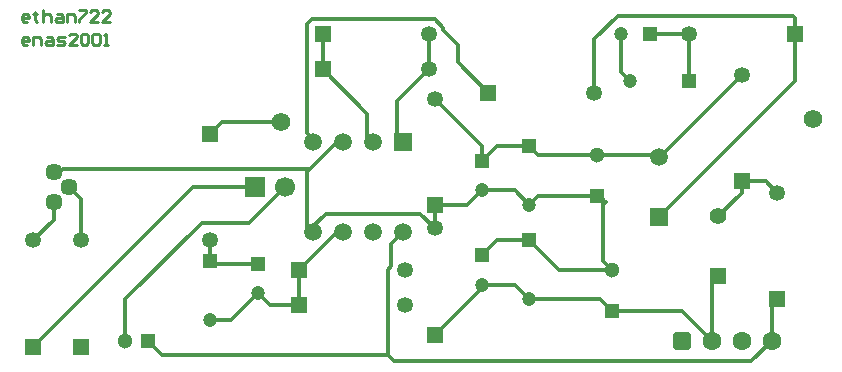
<source format=gbr>
G04*
G04 #@! TF.GenerationSoftware,Altium Limited,Altium Designer,23.5.1 (21)*
G04*
G04 Layer_Physical_Order=1*
G04 Layer_Color=255*
%FSLAX44Y44*%
%MOMM*%
G71*
G04*
G04 #@! TF.SameCoordinates,E96301ED-D8BF-4372-B2D1-DF9899262BC6*
G04*
G04*
G04 #@! TF.FilePolarity,Positive*
G04*
G01*
G75*
%ADD14C,0.2540*%
%ADD16C,1.5700*%
%ADD17R,1.3500X1.3500*%
%ADD18C,1.3500*%
%ADD19R,1.4000X1.4000*%
%ADD20C,1.4000*%
%ADD21C,1.2000*%
%ADD22R,1.2000X1.2000*%
%ADD23C,1.5000*%
%ADD24R,1.5000X1.5000*%
%ADD25C,1.3000*%
%ADD26R,1.3000X1.3000*%
%ADD27R,1.3500X1.3500*%
%ADD28R,1.2000X1.2000*%
%ADD29C,1.6000*%
G04:AMPARAMS|DCode=30|XSize=1.6mm|YSize=1.6mm|CornerRadius=0.4mm|HoleSize=0mm|Usage=FLASHONLY|Rotation=0.000|XOffset=0mm|YOffset=0mm|HoleType=Round|Shape=RoundedRectangle|*
%AMROUNDEDRECTD30*
21,1,1.6000,0.8000,0,0,0.0*
21,1,0.8000,1.6000,0,0,0.0*
1,1,0.8000,0.4000,-0.4000*
1,1,0.8000,-0.4000,-0.4000*
1,1,0.8000,-0.4000,0.4000*
1,1,0.8000,0.4000,0.4000*
%
%ADD30ROUNDEDRECTD30*%
%ADD31R,1.3000X1.3000*%
%ADD32C,1.7000*%
%ADD33R,1.7000X1.7000*%
%ADD34C,1.4500*%
%ADD35C,0.3050*%
D14*
X45038Y280040D02*
X41706D01*
X40040Y281706D01*
Y285038D01*
X41706Y286705D01*
X45038D01*
X46705Y285038D01*
Y283372D01*
X40040D01*
X50037Y280040D02*
Y286705D01*
X55035D01*
X56701Y285038D01*
Y280040D01*
X61700Y286705D02*
X65032D01*
X66698Y285038D01*
Y280040D01*
X61700D01*
X60034Y281706D01*
X61700Y283372D01*
X66698D01*
X70030Y280040D02*
X75029D01*
X76695Y281706D01*
X75029Y283372D01*
X71697D01*
X70030Y285038D01*
X71697Y286705D01*
X76695D01*
X86692Y280040D02*
X80027D01*
X86692Y286705D01*
Y288371D01*
X85026Y290037D01*
X81693D01*
X80027Y288371D01*
X90024D02*
X91690Y290037D01*
X95022D01*
X96688Y288371D01*
Y281706D01*
X95022Y280040D01*
X91690D01*
X90024Y281706D01*
Y288371D01*
X100021D02*
X101687Y290037D01*
X105019D01*
X106685Y288371D01*
Y281706D01*
X105019Y280040D01*
X101687D01*
X100021Y281706D01*
Y288371D01*
X110017Y280040D02*
X113350D01*
X111684D01*
Y290037D01*
X110017Y288371D01*
X45038Y300040D02*
X41706D01*
X40040Y301706D01*
Y305038D01*
X41706Y306705D01*
X45038D01*
X46705Y305038D01*
Y303372D01*
X40040D01*
X51703Y308371D02*
Y306705D01*
X50037D01*
X53369D01*
X51703D01*
Y301706D01*
X53369Y300040D01*
X58367Y310037D02*
Y300040D01*
Y305038D01*
X60034Y306705D01*
X63366D01*
X65032Y305038D01*
Y300040D01*
X70030Y306705D02*
X73363D01*
X75029Y305038D01*
Y300040D01*
X70030D01*
X68364Y301706D01*
X70030Y303372D01*
X75029D01*
X78361Y300040D02*
Y306705D01*
X83359D01*
X85026Y305038D01*
Y300040D01*
X88358Y310037D02*
X95022D01*
Y308371D01*
X88358Y301706D01*
Y300040D01*
X105019D02*
X98355D01*
X105019Y306705D01*
Y308371D01*
X103353Y310037D01*
X100021D01*
X98355Y308371D01*
X115016Y300040D02*
X108351D01*
X115016Y306705D01*
Y308371D01*
X113350Y310037D01*
X110017D01*
X108351Y308371D01*
D16*
X710000Y217500D02*
D03*
X260000Y215000D02*
D03*
D17*
X200000Y205000D02*
D03*
X50000Y25000D02*
D03*
X90000D02*
D03*
X650000Y165000D02*
D03*
X680000Y65000D02*
D03*
X390000Y35000D02*
D03*
Y145000D02*
D03*
D18*
X200000Y115000D02*
D03*
X50000Y115000D02*
D03*
X90000D02*
D03*
X365000Y60000D02*
D03*
Y90000D02*
D03*
X605000Y290000D02*
D03*
X650000Y255000D02*
D03*
X680000Y155000D02*
D03*
X525000Y240000D02*
D03*
X390000Y125000D02*
D03*
Y235000D02*
D03*
X385000Y290000D02*
D03*
Y260000D02*
D03*
D19*
X630000Y84600D02*
D03*
D20*
Y135400D02*
D03*
D21*
X430000Y157500D02*
D03*
Y77500D02*
D03*
X200000Y47500D02*
D03*
X547500Y290000D02*
D03*
X555000Y250000D02*
D03*
X470000Y145000D02*
D03*
Y65000D02*
D03*
X240000Y70000D02*
D03*
D22*
X430000Y182500D02*
D03*
Y102500D02*
D03*
X200000Y97500D02*
D03*
X470000Y195000D02*
D03*
Y115000D02*
D03*
X240000Y95000D02*
D03*
D23*
X286900Y121900D02*
D03*
X312300D02*
D03*
X337700D02*
D03*
X363100D02*
D03*
X286900Y198100D02*
D03*
X312300D02*
D03*
X337700D02*
D03*
X580000Y185500D02*
D03*
D24*
X363100Y198100D02*
D03*
X580000Y134500D02*
D03*
D25*
X127500Y30000D02*
D03*
X540000Y90000D02*
D03*
X527500Y187500D02*
D03*
D26*
X147500Y30000D02*
D03*
D27*
X275000Y60000D02*
D03*
Y90000D02*
D03*
X695000Y290000D02*
D03*
X435000Y240000D02*
D03*
X295000Y290000D02*
D03*
Y260000D02*
D03*
D28*
X572500Y290000D02*
D03*
X605000Y250000D02*
D03*
D29*
X624600Y30000D02*
D03*
X650000D02*
D03*
X675400D02*
D03*
D30*
X599200D02*
D03*
D31*
X540000Y55000D02*
D03*
X527500Y152500D02*
D03*
D32*
X262700Y160000D02*
D03*
D33*
X237300D02*
D03*
D34*
X67206Y172700D02*
D03*
X79906Y160000D02*
D03*
X67206Y147300D02*
D03*
D35*
X355690Y12500D02*
X657900D01*
X350000Y18190D02*
X355690Y12500D01*
X657900D02*
X675400Y30000D01*
X159310Y18190D02*
X350000D01*
X675400Y30000D02*
Y60400D01*
X281900Y121900D02*
X297500Y137500D01*
X377500D02*
X390000Y125000D01*
X297500Y137500D02*
X377500D01*
X350000Y89934D02*
X352915Y92849D01*
Y111715D02*
X363100Y121900D01*
X352915Y92849D02*
Y111715D01*
X127500Y65000D02*
X192500Y130000D01*
X232700D01*
X262700Y160000D01*
X127500Y30000D02*
Y65000D01*
X281900Y172700D02*
X284200Y175000D01*
X307300Y198100D01*
X67206Y172700D02*
X69397Y174891D01*
X74608D01*
X74718Y175000D01*
X284200D01*
X525000Y285000D02*
X545000Y305000D01*
X695000Y290000D02*
Y303213D01*
X545000Y305000D02*
X693213D01*
X695000Y303213D01*
Y249500D02*
Y290000D01*
X525000Y240000D02*
Y285000D01*
X281900Y198100D02*
X284377Y200578D01*
Y203384D01*
X281900Y297945D02*
X286040Y302085D01*
X281900Y205862D02*
X284377Y203384D01*
X281900Y205862D02*
Y297945D01*
X390006Y302085D02*
X397085Y295006D01*
X286040Y302085D02*
X390006D01*
X397085Y292849D02*
X409447Y280487D01*
X397085Y292849D02*
Y295006D01*
X527500Y152500D02*
X530000D01*
X477500D02*
X527500D01*
X210000Y215000D02*
X260000D01*
X200000Y205000D02*
X210000Y215000D01*
X532500Y97500D02*
Y145000D01*
Y97500D02*
X540000Y90000D01*
X470000Y145000D02*
X477500Y152500D01*
X532500Y145000D02*
Y150000D01*
X530000Y152500D02*
X532500Y150000D01*
Y145000D02*
X535000Y147500D01*
X350000Y18190D02*
Y89934D01*
X547500Y257500D02*
Y290000D01*
Y257500D02*
X555000Y250000D01*
X605000Y250000D02*
Y290000D01*
Y250000D02*
X605000Y250000D01*
X572500Y290000D02*
X605000D01*
X580000Y134500D02*
X695000Y249500D01*
X582500Y187500D02*
X650000Y255000D01*
X409447Y265553D02*
Y280487D01*
Y265553D02*
X435000Y240000D01*
X358100Y233100D02*
X385000Y260000D01*
X358100Y198100D02*
Y233100D01*
X385000Y260000D02*
Y290000D01*
X295000Y260000D02*
X332700Y222300D01*
Y198100D02*
Y222300D01*
X295000Y260000D02*
Y290000D01*
X281900Y121900D02*
Y172700D01*
X185000Y160000D02*
X237300D01*
X50000Y25000D02*
X185000Y160000D01*
X200000Y97500D02*
Y115000D01*
X202500Y95000D02*
X240000D01*
X200000Y97500D02*
X202500Y95000D01*
X250000Y60000D02*
X275000D01*
X240000Y70000D02*
X250000Y60000D01*
X200000Y47500D02*
X217500D01*
X240000Y70000D01*
X272500Y92500D02*
X275000Y90000D01*
Y60000D02*
Y90000D01*
X306900Y121900D02*
X307300D01*
X275000Y90000D02*
X306900Y121900D01*
X147500Y30000D02*
X159310Y18190D01*
X599600Y55000D02*
X624600Y30000D01*
X540000Y55000D02*
X599600D01*
X390000Y35000D02*
X430000Y75000D01*
Y77500D01*
X457500Y157500D02*
X470000Y145000D01*
X477500Y187500D02*
X540000D01*
X79906Y160000D02*
X90000Y149906D01*
Y115000D02*
Y149906D01*
X50000Y115000D02*
X67206Y132206D01*
Y147300D01*
X624600Y30000D02*
Y79200D01*
X630000Y84600D01*
X470000Y65000D02*
X530000D01*
X540000Y55000D01*
X430000Y77500D02*
X457500D01*
X470000Y65000D01*
X390000Y125000D02*
Y145000D01*
X442500Y115000D02*
X470000D01*
X430000Y102500D02*
X442500Y115000D01*
X495000Y90000D02*
X540000D01*
X470000Y115000D02*
X495000Y90000D01*
X430000Y157500D02*
X457500D01*
X390000Y145000D02*
X417500D01*
X430000Y157500D01*
Y182500D02*
Y195000D01*
X390000Y235000D02*
X430000Y195000D01*
X442500Y195000D02*
X470000D01*
X430000Y182500D02*
X442500Y195000D01*
X540000Y187500D02*
X582500D01*
X470000Y195000D02*
X477500Y187500D01*
X650000Y155400D02*
Y165000D01*
X630000Y135400D02*
X650000Y155400D01*
X670000Y165000D02*
X680000Y155000D01*
X650000Y165000D02*
X670000D01*
X675400Y60400D02*
X680000Y65000D01*
M02*

</source>
